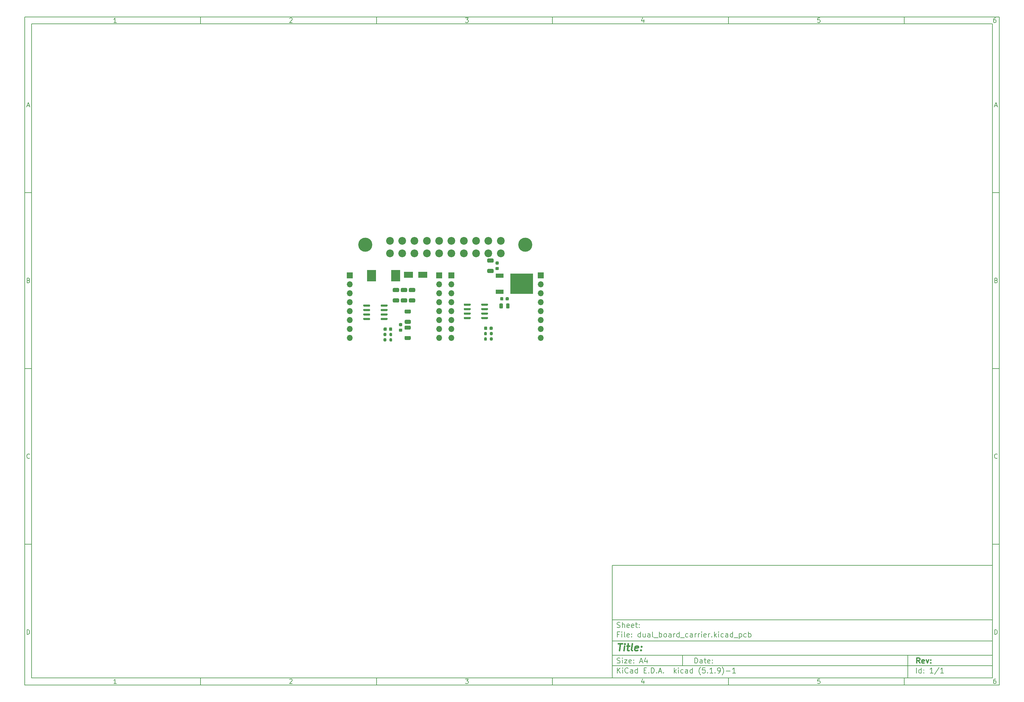
<source format=gbr>
%TF.GenerationSoftware,KiCad,Pcbnew,(5.1.9)-1*%
%TF.CreationDate,2021-02-06T18:11:32-06:00*%
%TF.ProjectId,dual_board_carrier,6475616c-5f62-46f6-9172-645f63617272,rev?*%
%TF.SameCoordinates,Original*%
%TF.FileFunction,Soldermask,Top*%
%TF.FilePolarity,Negative*%
%FSLAX46Y46*%
G04 Gerber Fmt 4.6, Leading zero omitted, Abs format (unit mm)*
G04 Created by KiCad (PCBNEW (5.1.9)-1) date 2021-02-06 18:11:32*
%MOMM*%
%LPD*%
G01*
G04 APERTURE LIST*
%ADD10C,0.100000*%
%ADD11C,0.150000*%
%ADD12C,0.300000*%
%ADD13C,0.400000*%
%ADD14C,2.200000*%
%ADD15C,4.000000*%
%ADD16R,6.400000X5.800000*%
%ADD17R,2.200000X1.200000*%
%ADD18R,2.500000X3.300000*%
%ADD19O,1.700000X1.700000*%
%ADD20R,1.700000X1.700000*%
%ADD21R,2.500000X1.800000*%
G04 APERTURE END LIST*
D10*
D11*
X177002200Y-166007200D02*
X177002200Y-198007200D01*
X285002200Y-198007200D01*
X285002200Y-166007200D01*
X177002200Y-166007200D01*
D10*
D11*
X10000000Y-10000000D02*
X10000000Y-200007200D01*
X287002200Y-200007200D01*
X287002200Y-10000000D01*
X10000000Y-10000000D01*
D10*
D11*
X12000000Y-12000000D02*
X12000000Y-198007200D01*
X285002200Y-198007200D01*
X285002200Y-12000000D01*
X12000000Y-12000000D01*
D10*
D11*
X60000000Y-12000000D02*
X60000000Y-10000000D01*
D10*
D11*
X110000000Y-12000000D02*
X110000000Y-10000000D01*
D10*
D11*
X160000000Y-12000000D02*
X160000000Y-10000000D01*
D10*
D11*
X210000000Y-12000000D02*
X210000000Y-10000000D01*
D10*
D11*
X260000000Y-12000000D02*
X260000000Y-10000000D01*
D10*
D11*
X36065476Y-11588095D02*
X35322619Y-11588095D01*
X35694047Y-11588095D02*
X35694047Y-10288095D01*
X35570238Y-10473809D01*
X35446428Y-10597619D01*
X35322619Y-10659523D01*
D10*
D11*
X85322619Y-10411904D02*
X85384523Y-10350000D01*
X85508333Y-10288095D01*
X85817857Y-10288095D01*
X85941666Y-10350000D01*
X86003571Y-10411904D01*
X86065476Y-10535714D01*
X86065476Y-10659523D01*
X86003571Y-10845238D01*
X85260714Y-11588095D01*
X86065476Y-11588095D01*
D10*
D11*
X135260714Y-10288095D02*
X136065476Y-10288095D01*
X135632142Y-10783333D01*
X135817857Y-10783333D01*
X135941666Y-10845238D01*
X136003571Y-10907142D01*
X136065476Y-11030952D01*
X136065476Y-11340476D01*
X136003571Y-11464285D01*
X135941666Y-11526190D01*
X135817857Y-11588095D01*
X135446428Y-11588095D01*
X135322619Y-11526190D01*
X135260714Y-11464285D01*
D10*
D11*
X185941666Y-10721428D02*
X185941666Y-11588095D01*
X185632142Y-10226190D02*
X185322619Y-11154761D01*
X186127380Y-11154761D01*
D10*
D11*
X236003571Y-10288095D02*
X235384523Y-10288095D01*
X235322619Y-10907142D01*
X235384523Y-10845238D01*
X235508333Y-10783333D01*
X235817857Y-10783333D01*
X235941666Y-10845238D01*
X236003571Y-10907142D01*
X236065476Y-11030952D01*
X236065476Y-11340476D01*
X236003571Y-11464285D01*
X235941666Y-11526190D01*
X235817857Y-11588095D01*
X235508333Y-11588095D01*
X235384523Y-11526190D01*
X235322619Y-11464285D01*
D10*
D11*
X285941666Y-10288095D02*
X285694047Y-10288095D01*
X285570238Y-10350000D01*
X285508333Y-10411904D01*
X285384523Y-10597619D01*
X285322619Y-10845238D01*
X285322619Y-11340476D01*
X285384523Y-11464285D01*
X285446428Y-11526190D01*
X285570238Y-11588095D01*
X285817857Y-11588095D01*
X285941666Y-11526190D01*
X286003571Y-11464285D01*
X286065476Y-11340476D01*
X286065476Y-11030952D01*
X286003571Y-10907142D01*
X285941666Y-10845238D01*
X285817857Y-10783333D01*
X285570238Y-10783333D01*
X285446428Y-10845238D01*
X285384523Y-10907142D01*
X285322619Y-11030952D01*
D10*
D11*
X60000000Y-198007200D02*
X60000000Y-200007200D01*
D10*
D11*
X110000000Y-198007200D02*
X110000000Y-200007200D01*
D10*
D11*
X160000000Y-198007200D02*
X160000000Y-200007200D01*
D10*
D11*
X210000000Y-198007200D02*
X210000000Y-200007200D01*
D10*
D11*
X260000000Y-198007200D02*
X260000000Y-200007200D01*
D10*
D11*
X36065476Y-199595295D02*
X35322619Y-199595295D01*
X35694047Y-199595295D02*
X35694047Y-198295295D01*
X35570238Y-198481009D01*
X35446428Y-198604819D01*
X35322619Y-198666723D01*
D10*
D11*
X85322619Y-198419104D02*
X85384523Y-198357200D01*
X85508333Y-198295295D01*
X85817857Y-198295295D01*
X85941666Y-198357200D01*
X86003571Y-198419104D01*
X86065476Y-198542914D01*
X86065476Y-198666723D01*
X86003571Y-198852438D01*
X85260714Y-199595295D01*
X86065476Y-199595295D01*
D10*
D11*
X135260714Y-198295295D02*
X136065476Y-198295295D01*
X135632142Y-198790533D01*
X135817857Y-198790533D01*
X135941666Y-198852438D01*
X136003571Y-198914342D01*
X136065476Y-199038152D01*
X136065476Y-199347676D01*
X136003571Y-199471485D01*
X135941666Y-199533390D01*
X135817857Y-199595295D01*
X135446428Y-199595295D01*
X135322619Y-199533390D01*
X135260714Y-199471485D01*
D10*
D11*
X185941666Y-198728628D02*
X185941666Y-199595295D01*
X185632142Y-198233390D02*
X185322619Y-199161961D01*
X186127380Y-199161961D01*
D10*
D11*
X236003571Y-198295295D02*
X235384523Y-198295295D01*
X235322619Y-198914342D01*
X235384523Y-198852438D01*
X235508333Y-198790533D01*
X235817857Y-198790533D01*
X235941666Y-198852438D01*
X236003571Y-198914342D01*
X236065476Y-199038152D01*
X236065476Y-199347676D01*
X236003571Y-199471485D01*
X235941666Y-199533390D01*
X235817857Y-199595295D01*
X235508333Y-199595295D01*
X235384523Y-199533390D01*
X235322619Y-199471485D01*
D10*
D11*
X285941666Y-198295295D02*
X285694047Y-198295295D01*
X285570238Y-198357200D01*
X285508333Y-198419104D01*
X285384523Y-198604819D01*
X285322619Y-198852438D01*
X285322619Y-199347676D01*
X285384523Y-199471485D01*
X285446428Y-199533390D01*
X285570238Y-199595295D01*
X285817857Y-199595295D01*
X285941666Y-199533390D01*
X286003571Y-199471485D01*
X286065476Y-199347676D01*
X286065476Y-199038152D01*
X286003571Y-198914342D01*
X285941666Y-198852438D01*
X285817857Y-198790533D01*
X285570238Y-198790533D01*
X285446428Y-198852438D01*
X285384523Y-198914342D01*
X285322619Y-199038152D01*
D10*
D11*
X10000000Y-60000000D02*
X12000000Y-60000000D01*
D10*
D11*
X10000000Y-110000000D02*
X12000000Y-110000000D01*
D10*
D11*
X10000000Y-160000000D02*
X12000000Y-160000000D01*
D10*
D11*
X10690476Y-35216666D02*
X11309523Y-35216666D01*
X10566666Y-35588095D02*
X11000000Y-34288095D01*
X11433333Y-35588095D01*
D10*
D11*
X11092857Y-84907142D02*
X11278571Y-84969047D01*
X11340476Y-85030952D01*
X11402380Y-85154761D01*
X11402380Y-85340476D01*
X11340476Y-85464285D01*
X11278571Y-85526190D01*
X11154761Y-85588095D01*
X10659523Y-85588095D01*
X10659523Y-84288095D01*
X11092857Y-84288095D01*
X11216666Y-84350000D01*
X11278571Y-84411904D01*
X11340476Y-84535714D01*
X11340476Y-84659523D01*
X11278571Y-84783333D01*
X11216666Y-84845238D01*
X11092857Y-84907142D01*
X10659523Y-84907142D01*
D10*
D11*
X11402380Y-135464285D02*
X11340476Y-135526190D01*
X11154761Y-135588095D01*
X11030952Y-135588095D01*
X10845238Y-135526190D01*
X10721428Y-135402380D01*
X10659523Y-135278571D01*
X10597619Y-135030952D01*
X10597619Y-134845238D01*
X10659523Y-134597619D01*
X10721428Y-134473809D01*
X10845238Y-134350000D01*
X11030952Y-134288095D01*
X11154761Y-134288095D01*
X11340476Y-134350000D01*
X11402380Y-134411904D01*
D10*
D11*
X10659523Y-185588095D02*
X10659523Y-184288095D01*
X10969047Y-184288095D01*
X11154761Y-184350000D01*
X11278571Y-184473809D01*
X11340476Y-184597619D01*
X11402380Y-184845238D01*
X11402380Y-185030952D01*
X11340476Y-185278571D01*
X11278571Y-185402380D01*
X11154761Y-185526190D01*
X10969047Y-185588095D01*
X10659523Y-185588095D01*
D10*
D11*
X287002200Y-60000000D02*
X285002200Y-60000000D01*
D10*
D11*
X287002200Y-110000000D02*
X285002200Y-110000000D01*
D10*
D11*
X287002200Y-160000000D02*
X285002200Y-160000000D01*
D10*
D11*
X285692676Y-35216666D02*
X286311723Y-35216666D01*
X285568866Y-35588095D02*
X286002200Y-34288095D01*
X286435533Y-35588095D01*
D10*
D11*
X286095057Y-84907142D02*
X286280771Y-84969047D01*
X286342676Y-85030952D01*
X286404580Y-85154761D01*
X286404580Y-85340476D01*
X286342676Y-85464285D01*
X286280771Y-85526190D01*
X286156961Y-85588095D01*
X285661723Y-85588095D01*
X285661723Y-84288095D01*
X286095057Y-84288095D01*
X286218866Y-84350000D01*
X286280771Y-84411904D01*
X286342676Y-84535714D01*
X286342676Y-84659523D01*
X286280771Y-84783333D01*
X286218866Y-84845238D01*
X286095057Y-84907142D01*
X285661723Y-84907142D01*
D10*
D11*
X286404580Y-135464285D02*
X286342676Y-135526190D01*
X286156961Y-135588095D01*
X286033152Y-135588095D01*
X285847438Y-135526190D01*
X285723628Y-135402380D01*
X285661723Y-135278571D01*
X285599819Y-135030952D01*
X285599819Y-134845238D01*
X285661723Y-134597619D01*
X285723628Y-134473809D01*
X285847438Y-134350000D01*
X286033152Y-134288095D01*
X286156961Y-134288095D01*
X286342676Y-134350000D01*
X286404580Y-134411904D01*
D10*
D11*
X285661723Y-185588095D02*
X285661723Y-184288095D01*
X285971247Y-184288095D01*
X286156961Y-184350000D01*
X286280771Y-184473809D01*
X286342676Y-184597619D01*
X286404580Y-184845238D01*
X286404580Y-185030952D01*
X286342676Y-185278571D01*
X286280771Y-185402380D01*
X286156961Y-185526190D01*
X285971247Y-185588095D01*
X285661723Y-185588095D01*
D10*
D11*
X200434342Y-193785771D02*
X200434342Y-192285771D01*
X200791485Y-192285771D01*
X201005771Y-192357200D01*
X201148628Y-192500057D01*
X201220057Y-192642914D01*
X201291485Y-192928628D01*
X201291485Y-193142914D01*
X201220057Y-193428628D01*
X201148628Y-193571485D01*
X201005771Y-193714342D01*
X200791485Y-193785771D01*
X200434342Y-193785771D01*
X202577200Y-193785771D02*
X202577200Y-193000057D01*
X202505771Y-192857200D01*
X202362914Y-192785771D01*
X202077200Y-192785771D01*
X201934342Y-192857200D01*
X202577200Y-193714342D02*
X202434342Y-193785771D01*
X202077200Y-193785771D01*
X201934342Y-193714342D01*
X201862914Y-193571485D01*
X201862914Y-193428628D01*
X201934342Y-193285771D01*
X202077200Y-193214342D01*
X202434342Y-193214342D01*
X202577200Y-193142914D01*
X203077200Y-192785771D02*
X203648628Y-192785771D01*
X203291485Y-192285771D02*
X203291485Y-193571485D01*
X203362914Y-193714342D01*
X203505771Y-193785771D01*
X203648628Y-193785771D01*
X204720057Y-193714342D02*
X204577200Y-193785771D01*
X204291485Y-193785771D01*
X204148628Y-193714342D01*
X204077200Y-193571485D01*
X204077200Y-193000057D01*
X204148628Y-192857200D01*
X204291485Y-192785771D01*
X204577200Y-192785771D01*
X204720057Y-192857200D01*
X204791485Y-193000057D01*
X204791485Y-193142914D01*
X204077200Y-193285771D01*
X205434342Y-193642914D02*
X205505771Y-193714342D01*
X205434342Y-193785771D01*
X205362914Y-193714342D01*
X205434342Y-193642914D01*
X205434342Y-193785771D01*
X205434342Y-192857200D02*
X205505771Y-192928628D01*
X205434342Y-193000057D01*
X205362914Y-192928628D01*
X205434342Y-192857200D01*
X205434342Y-193000057D01*
D10*
D11*
X177002200Y-194507200D02*
X285002200Y-194507200D01*
D10*
D11*
X178434342Y-196585771D02*
X178434342Y-195085771D01*
X179291485Y-196585771D02*
X178648628Y-195728628D01*
X179291485Y-195085771D02*
X178434342Y-195942914D01*
X179934342Y-196585771D02*
X179934342Y-195585771D01*
X179934342Y-195085771D02*
X179862914Y-195157200D01*
X179934342Y-195228628D01*
X180005771Y-195157200D01*
X179934342Y-195085771D01*
X179934342Y-195228628D01*
X181505771Y-196442914D02*
X181434342Y-196514342D01*
X181220057Y-196585771D01*
X181077200Y-196585771D01*
X180862914Y-196514342D01*
X180720057Y-196371485D01*
X180648628Y-196228628D01*
X180577200Y-195942914D01*
X180577200Y-195728628D01*
X180648628Y-195442914D01*
X180720057Y-195300057D01*
X180862914Y-195157200D01*
X181077200Y-195085771D01*
X181220057Y-195085771D01*
X181434342Y-195157200D01*
X181505771Y-195228628D01*
X182791485Y-196585771D02*
X182791485Y-195800057D01*
X182720057Y-195657200D01*
X182577200Y-195585771D01*
X182291485Y-195585771D01*
X182148628Y-195657200D01*
X182791485Y-196514342D02*
X182648628Y-196585771D01*
X182291485Y-196585771D01*
X182148628Y-196514342D01*
X182077200Y-196371485D01*
X182077200Y-196228628D01*
X182148628Y-196085771D01*
X182291485Y-196014342D01*
X182648628Y-196014342D01*
X182791485Y-195942914D01*
X184148628Y-196585771D02*
X184148628Y-195085771D01*
X184148628Y-196514342D02*
X184005771Y-196585771D01*
X183720057Y-196585771D01*
X183577200Y-196514342D01*
X183505771Y-196442914D01*
X183434342Y-196300057D01*
X183434342Y-195871485D01*
X183505771Y-195728628D01*
X183577200Y-195657200D01*
X183720057Y-195585771D01*
X184005771Y-195585771D01*
X184148628Y-195657200D01*
X186005771Y-195800057D02*
X186505771Y-195800057D01*
X186720057Y-196585771D02*
X186005771Y-196585771D01*
X186005771Y-195085771D01*
X186720057Y-195085771D01*
X187362914Y-196442914D02*
X187434342Y-196514342D01*
X187362914Y-196585771D01*
X187291485Y-196514342D01*
X187362914Y-196442914D01*
X187362914Y-196585771D01*
X188077200Y-196585771D02*
X188077200Y-195085771D01*
X188434342Y-195085771D01*
X188648628Y-195157200D01*
X188791485Y-195300057D01*
X188862914Y-195442914D01*
X188934342Y-195728628D01*
X188934342Y-195942914D01*
X188862914Y-196228628D01*
X188791485Y-196371485D01*
X188648628Y-196514342D01*
X188434342Y-196585771D01*
X188077200Y-196585771D01*
X189577200Y-196442914D02*
X189648628Y-196514342D01*
X189577200Y-196585771D01*
X189505771Y-196514342D01*
X189577200Y-196442914D01*
X189577200Y-196585771D01*
X190220057Y-196157200D02*
X190934342Y-196157200D01*
X190077200Y-196585771D02*
X190577200Y-195085771D01*
X191077200Y-196585771D01*
X191577200Y-196442914D02*
X191648628Y-196514342D01*
X191577200Y-196585771D01*
X191505771Y-196514342D01*
X191577200Y-196442914D01*
X191577200Y-196585771D01*
X194577200Y-196585771D02*
X194577200Y-195085771D01*
X194720057Y-196014342D02*
X195148628Y-196585771D01*
X195148628Y-195585771D02*
X194577200Y-196157200D01*
X195791485Y-196585771D02*
X195791485Y-195585771D01*
X195791485Y-195085771D02*
X195720057Y-195157200D01*
X195791485Y-195228628D01*
X195862914Y-195157200D01*
X195791485Y-195085771D01*
X195791485Y-195228628D01*
X197148628Y-196514342D02*
X197005771Y-196585771D01*
X196720057Y-196585771D01*
X196577200Y-196514342D01*
X196505771Y-196442914D01*
X196434342Y-196300057D01*
X196434342Y-195871485D01*
X196505771Y-195728628D01*
X196577200Y-195657200D01*
X196720057Y-195585771D01*
X197005771Y-195585771D01*
X197148628Y-195657200D01*
X198434342Y-196585771D02*
X198434342Y-195800057D01*
X198362914Y-195657200D01*
X198220057Y-195585771D01*
X197934342Y-195585771D01*
X197791485Y-195657200D01*
X198434342Y-196514342D02*
X198291485Y-196585771D01*
X197934342Y-196585771D01*
X197791485Y-196514342D01*
X197720057Y-196371485D01*
X197720057Y-196228628D01*
X197791485Y-196085771D01*
X197934342Y-196014342D01*
X198291485Y-196014342D01*
X198434342Y-195942914D01*
X199791485Y-196585771D02*
X199791485Y-195085771D01*
X199791485Y-196514342D02*
X199648628Y-196585771D01*
X199362914Y-196585771D01*
X199220057Y-196514342D01*
X199148628Y-196442914D01*
X199077200Y-196300057D01*
X199077200Y-195871485D01*
X199148628Y-195728628D01*
X199220057Y-195657200D01*
X199362914Y-195585771D01*
X199648628Y-195585771D01*
X199791485Y-195657200D01*
X202077200Y-197157200D02*
X202005771Y-197085771D01*
X201862914Y-196871485D01*
X201791485Y-196728628D01*
X201720057Y-196514342D01*
X201648628Y-196157200D01*
X201648628Y-195871485D01*
X201720057Y-195514342D01*
X201791485Y-195300057D01*
X201862914Y-195157200D01*
X202005771Y-194942914D01*
X202077200Y-194871485D01*
X203362914Y-195085771D02*
X202648628Y-195085771D01*
X202577200Y-195800057D01*
X202648628Y-195728628D01*
X202791485Y-195657200D01*
X203148628Y-195657200D01*
X203291485Y-195728628D01*
X203362914Y-195800057D01*
X203434342Y-195942914D01*
X203434342Y-196300057D01*
X203362914Y-196442914D01*
X203291485Y-196514342D01*
X203148628Y-196585771D01*
X202791485Y-196585771D01*
X202648628Y-196514342D01*
X202577200Y-196442914D01*
X204077200Y-196442914D02*
X204148628Y-196514342D01*
X204077200Y-196585771D01*
X204005771Y-196514342D01*
X204077200Y-196442914D01*
X204077200Y-196585771D01*
X205577200Y-196585771D02*
X204720057Y-196585771D01*
X205148628Y-196585771D02*
X205148628Y-195085771D01*
X205005771Y-195300057D01*
X204862914Y-195442914D01*
X204720057Y-195514342D01*
X206220057Y-196442914D02*
X206291485Y-196514342D01*
X206220057Y-196585771D01*
X206148628Y-196514342D01*
X206220057Y-196442914D01*
X206220057Y-196585771D01*
X207005771Y-196585771D02*
X207291485Y-196585771D01*
X207434342Y-196514342D01*
X207505771Y-196442914D01*
X207648628Y-196228628D01*
X207720057Y-195942914D01*
X207720057Y-195371485D01*
X207648628Y-195228628D01*
X207577200Y-195157200D01*
X207434342Y-195085771D01*
X207148628Y-195085771D01*
X207005771Y-195157200D01*
X206934342Y-195228628D01*
X206862914Y-195371485D01*
X206862914Y-195728628D01*
X206934342Y-195871485D01*
X207005771Y-195942914D01*
X207148628Y-196014342D01*
X207434342Y-196014342D01*
X207577200Y-195942914D01*
X207648628Y-195871485D01*
X207720057Y-195728628D01*
X208220057Y-197157200D02*
X208291485Y-197085771D01*
X208434342Y-196871485D01*
X208505771Y-196728628D01*
X208577200Y-196514342D01*
X208648628Y-196157200D01*
X208648628Y-195871485D01*
X208577200Y-195514342D01*
X208505771Y-195300057D01*
X208434342Y-195157200D01*
X208291485Y-194942914D01*
X208220057Y-194871485D01*
X209362914Y-196014342D02*
X210505771Y-196014342D01*
X212005771Y-196585771D02*
X211148628Y-196585771D01*
X211577200Y-196585771D02*
X211577200Y-195085771D01*
X211434342Y-195300057D01*
X211291485Y-195442914D01*
X211148628Y-195514342D01*
D10*
D11*
X177002200Y-191507200D02*
X285002200Y-191507200D01*
D10*
D12*
X264411485Y-193785771D02*
X263911485Y-193071485D01*
X263554342Y-193785771D02*
X263554342Y-192285771D01*
X264125771Y-192285771D01*
X264268628Y-192357200D01*
X264340057Y-192428628D01*
X264411485Y-192571485D01*
X264411485Y-192785771D01*
X264340057Y-192928628D01*
X264268628Y-193000057D01*
X264125771Y-193071485D01*
X263554342Y-193071485D01*
X265625771Y-193714342D02*
X265482914Y-193785771D01*
X265197200Y-193785771D01*
X265054342Y-193714342D01*
X264982914Y-193571485D01*
X264982914Y-193000057D01*
X265054342Y-192857200D01*
X265197200Y-192785771D01*
X265482914Y-192785771D01*
X265625771Y-192857200D01*
X265697200Y-193000057D01*
X265697200Y-193142914D01*
X264982914Y-193285771D01*
X266197200Y-192785771D02*
X266554342Y-193785771D01*
X266911485Y-192785771D01*
X267482914Y-193642914D02*
X267554342Y-193714342D01*
X267482914Y-193785771D01*
X267411485Y-193714342D01*
X267482914Y-193642914D01*
X267482914Y-193785771D01*
X267482914Y-192857200D02*
X267554342Y-192928628D01*
X267482914Y-193000057D01*
X267411485Y-192928628D01*
X267482914Y-192857200D01*
X267482914Y-193000057D01*
D10*
D11*
X178362914Y-193714342D02*
X178577200Y-193785771D01*
X178934342Y-193785771D01*
X179077200Y-193714342D01*
X179148628Y-193642914D01*
X179220057Y-193500057D01*
X179220057Y-193357200D01*
X179148628Y-193214342D01*
X179077200Y-193142914D01*
X178934342Y-193071485D01*
X178648628Y-193000057D01*
X178505771Y-192928628D01*
X178434342Y-192857200D01*
X178362914Y-192714342D01*
X178362914Y-192571485D01*
X178434342Y-192428628D01*
X178505771Y-192357200D01*
X178648628Y-192285771D01*
X179005771Y-192285771D01*
X179220057Y-192357200D01*
X179862914Y-193785771D02*
X179862914Y-192785771D01*
X179862914Y-192285771D02*
X179791485Y-192357200D01*
X179862914Y-192428628D01*
X179934342Y-192357200D01*
X179862914Y-192285771D01*
X179862914Y-192428628D01*
X180434342Y-192785771D02*
X181220057Y-192785771D01*
X180434342Y-193785771D01*
X181220057Y-193785771D01*
X182362914Y-193714342D02*
X182220057Y-193785771D01*
X181934342Y-193785771D01*
X181791485Y-193714342D01*
X181720057Y-193571485D01*
X181720057Y-193000057D01*
X181791485Y-192857200D01*
X181934342Y-192785771D01*
X182220057Y-192785771D01*
X182362914Y-192857200D01*
X182434342Y-193000057D01*
X182434342Y-193142914D01*
X181720057Y-193285771D01*
X183077200Y-193642914D02*
X183148628Y-193714342D01*
X183077200Y-193785771D01*
X183005771Y-193714342D01*
X183077200Y-193642914D01*
X183077200Y-193785771D01*
X183077200Y-192857200D02*
X183148628Y-192928628D01*
X183077200Y-193000057D01*
X183005771Y-192928628D01*
X183077200Y-192857200D01*
X183077200Y-193000057D01*
X184862914Y-193357200D02*
X185577200Y-193357200D01*
X184720057Y-193785771D02*
X185220057Y-192285771D01*
X185720057Y-193785771D01*
X186862914Y-192785771D02*
X186862914Y-193785771D01*
X186505771Y-192214342D02*
X186148628Y-193285771D01*
X187077200Y-193285771D01*
D10*
D11*
X263434342Y-196585771D02*
X263434342Y-195085771D01*
X264791485Y-196585771D02*
X264791485Y-195085771D01*
X264791485Y-196514342D02*
X264648628Y-196585771D01*
X264362914Y-196585771D01*
X264220057Y-196514342D01*
X264148628Y-196442914D01*
X264077200Y-196300057D01*
X264077200Y-195871485D01*
X264148628Y-195728628D01*
X264220057Y-195657200D01*
X264362914Y-195585771D01*
X264648628Y-195585771D01*
X264791485Y-195657200D01*
X265505771Y-196442914D02*
X265577200Y-196514342D01*
X265505771Y-196585771D01*
X265434342Y-196514342D01*
X265505771Y-196442914D01*
X265505771Y-196585771D01*
X265505771Y-195657200D02*
X265577200Y-195728628D01*
X265505771Y-195800057D01*
X265434342Y-195728628D01*
X265505771Y-195657200D01*
X265505771Y-195800057D01*
X268148628Y-196585771D02*
X267291485Y-196585771D01*
X267720057Y-196585771D02*
X267720057Y-195085771D01*
X267577200Y-195300057D01*
X267434342Y-195442914D01*
X267291485Y-195514342D01*
X269862914Y-195014342D02*
X268577200Y-196942914D01*
X271148628Y-196585771D02*
X270291485Y-196585771D01*
X270720057Y-196585771D02*
X270720057Y-195085771D01*
X270577200Y-195300057D01*
X270434342Y-195442914D01*
X270291485Y-195514342D01*
D10*
D11*
X177002200Y-187507200D02*
X285002200Y-187507200D01*
D10*
D13*
X178714580Y-188211961D02*
X179857438Y-188211961D01*
X179036009Y-190211961D02*
X179286009Y-188211961D01*
X180274104Y-190211961D02*
X180440771Y-188878628D01*
X180524104Y-188211961D02*
X180416961Y-188307200D01*
X180500295Y-188402438D01*
X180607438Y-188307200D01*
X180524104Y-188211961D01*
X180500295Y-188402438D01*
X181107438Y-188878628D02*
X181869342Y-188878628D01*
X181476485Y-188211961D02*
X181262200Y-189926247D01*
X181333628Y-190116723D01*
X181512200Y-190211961D01*
X181702676Y-190211961D01*
X182655057Y-190211961D02*
X182476485Y-190116723D01*
X182405057Y-189926247D01*
X182619342Y-188211961D01*
X184190771Y-190116723D02*
X183988390Y-190211961D01*
X183607438Y-190211961D01*
X183428866Y-190116723D01*
X183357438Y-189926247D01*
X183452676Y-189164342D01*
X183571723Y-188973866D01*
X183774104Y-188878628D01*
X184155057Y-188878628D01*
X184333628Y-188973866D01*
X184405057Y-189164342D01*
X184381247Y-189354819D01*
X183405057Y-189545295D01*
X185155057Y-190021485D02*
X185238390Y-190116723D01*
X185131247Y-190211961D01*
X185047914Y-190116723D01*
X185155057Y-190021485D01*
X185131247Y-190211961D01*
X185286009Y-188973866D02*
X185369342Y-189069104D01*
X185262200Y-189164342D01*
X185178866Y-189069104D01*
X185286009Y-188973866D01*
X185262200Y-189164342D01*
D10*
D11*
X178934342Y-185600057D02*
X178434342Y-185600057D01*
X178434342Y-186385771D02*
X178434342Y-184885771D01*
X179148628Y-184885771D01*
X179720057Y-186385771D02*
X179720057Y-185385771D01*
X179720057Y-184885771D02*
X179648628Y-184957200D01*
X179720057Y-185028628D01*
X179791485Y-184957200D01*
X179720057Y-184885771D01*
X179720057Y-185028628D01*
X180648628Y-186385771D02*
X180505771Y-186314342D01*
X180434342Y-186171485D01*
X180434342Y-184885771D01*
X181791485Y-186314342D02*
X181648628Y-186385771D01*
X181362914Y-186385771D01*
X181220057Y-186314342D01*
X181148628Y-186171485D01*
X181148628Y-185600057D01*
X181220057Y-185457200D01*
X181362914Y-185385771D01*
X181648628Y-185385771D01*
X181791485Y-185457200D01*
X181862914Y-185600057D01*
X181862914Y-185742914D01*
X181148628Y-185885771D01*
X182505771Y-186242914D02*
X182577200Y-186314342D01*
X182505771Y-186385771D01*
X182434342Y-186314342D01*
X182505771Y-186242914D01*
X182505771Y-186385771D01*
X182505771Y-185457200D02*
X182577200Y-185528628D01*
X182505771Y-185600057D01*
X182434342Y-185528628D01*
X182505771Y-185457200D01*
X182505771Y-185600057D01*
X185005771Y-186385771D02*
X185005771Y-184885771D01*
X185005771Y-186314342D02*
X184862914Y-186385771D01*
X184577200Y-186385771D01*
X184434342Y-186314342D01*
X184362914Y-186242914D01*
X184291485Y-186100057D01*
X184291485Y-185671485D01*
X184362914Y-185528628D01*
X184434342Y-185457200D01*
X184577200Y-185385771D01*
X184862914Y-185385771D01*
X185005771Y-185457200D01*
X186362914Y-185385771D02*
X186362914Y-186385771D01*
X185720057Y-185385771D02*
X185720057Y-186171485D01*
X185791485Y-186314342D01*
X185934342Y-186385771D01*
X186148628Y-186385771D01*
X186291485Y-186314342D01*
X186362914Y-186242914D01*
X187720057Y-186385771D02*
X187720057Y-185600057D01*
X187648628Y-185457200D01*
X187505771Y-185385771D01*
X187220057Y-185385771D01*
X187077200Y-185457200D01*
X187720057Y-186314342D02*
X187577200Y-186385771D01*
X187220057Y-186385771D01*
X187077200Y-186314342D01*
X187005771Y-186171485D01*
X187005771Y-186028628D01*
X187077200Y-185885771D01*
X187220057Y-185814342D01*
X187577200Y-185814342D01*
X187720057Y-185742914D01*
X188648628Y-186385771D02*
X188505771Y-186314342D01*
X188434342Y-186171485D01*
X188434342Y-184885771D01*
X188862914Y-186528628D02*
X190005771Y-186528628D01*
X190362914Y-186385771D02*
X190362914Y-184885771D01*
X190362914Y-185457200D02*
X190505771Y-185385771D01*
X190791485Y-185385771D01*
X190934342Y-185457200D01*
X191005771Y-185528628D01*
X191077200Y-185671485D01*
X191077200Y-186100057D01*
X191005771Y-186242914D01*
X190934342Y-186314342D01*
X190791485Y-186385771D01*
X190505771Y-186385771D01*
X190362914Y-186314342D01*
X191934342Y-186385771D02*
X191791485Y-186314342D01*
X191720057Y-186242914D01*
X191648628Y-186100057D01*
X191648628Y-185671485D01*
X191720057Y-185528628D01*
X191791485Y-185457200D01*
X191934342Y-185385771D01*
X192148628Y-185385771D01*
X192291485Y-185457200D01*
X192362914Y-185528628D01*
X192434342Y-185671485D01*
X192434342Y-186100057D01*
X192362914Y-186242914D01*
X192291485Y-186314342D01*
X192148628Y-186385771D01*
X191934342Y-186385771D01*
X193720057Y-186385771D02*
X193720057Y-185600057D01*
X193648628Y-185457200D01*
X193505771Y-185385771D01*
X193220057Y-185385771D01*
X193077200Y-185457200D01*
X193720057Y-186314342D02*
X193577200Y-186385771D01*
X193220057Y-186385771D01*
X193077200Y-186314342D01*
X193005771Y-186171485D01*
X193005771Y-186028628D01*
X193077200Y-185885771D01*
X193220057Y-185814342D01*
X193577200Y-185814342D01*
X193720057Y-185742914D01*
X194434342Y-186385771D02*
X194434342Y-185385771D01*
X194434342Y-185671485D02*
X194505771Y-185528628D01*
X194577200Y-185457200D01*
X194720057Y-185385771D01*
X194862914Y-185385771D01*
X196005771Y-186385771D02*
X196005771Y-184885771D01*
X196005771Y-186314342D02*
X195862914Y-186385771D01*
X195577200Y-186385771D01*
X195434342Y-186314342D01*
X195362914Y-186242914D01*
X195291485Y-186100057D01*
X195291485Y-185671485D01*
X195362914Y-185528628D01*
X195434342Y-185457200D01*
X195577200Y-185385771D01*
X195862914Y-185385771D01*
X196005771Y-185457200D01*
X196362914Y-186528628D02*
X197505771Y-186528628D01*
X198505771Y-186314342D02*
X198362914Y-186385771D01*
X198077200Y-186385771D01*
X197934342Y-186314342D01*
X197862914Y-186242914D01*
X197791485Y-186100057D01*
X197791485Y-185671485D01*
X197862914Y-185528628D01*
X197934342Y-185457200D01*
X198077200Y-185385771D01*
X198362914Y-185385771D01*
X198505771Y-185457200D01*
X199791485Y-186385771D02*
X199791485Y-185600057D01*
X199720057Y-185457200D01*
X199577200Y-185385771D01*
X199291485Y-185385771D01*
X199148628Y-185457200D01*
X199791485Y-186314342D02*
X199648628Y-186385771D01*
X199291485Y-186385771D01*
X199148628Y-186314342D01*
X199077200Y-186171485D01*
X199077200Y-186028628D01*
X199148628Y-185885771D01*
X199291485Y-185814342D01*
X199648628Y-185814342D01*
X199791485Y-185742914D01*
X200505771Y-186385771D02*
X200505771Y-185385771D01*
X200505771Y-185671485D02*
X200577200Y-185528628D01*
X200648628Y-185457200D01*
X200791485Y-185385771D01*
X200934342Y-185385771D01*
X201434342Y-186385771D02*
X201434342Y-185385771D01*
X201434342Y-185671485D02*
X201505771Y-185528628D01*
X201577200Y-185457200D01*
X201720057Y-185385771D01*
X201862914Y-185385771D01*
X202362914Y-186385771D02*
X202362914Y-185385771D01*
X202362914Y-184885771D02*
X202291485Y-184957200D01*
X202362914Y-185028628D01*
X202434342Y-184957200D01*
X202362914Y-184885771D01*
X202362914Y-185028628D01*
X203648628Y-186314342D02*
X203505771Y-186385771D01*
X203220057Y-186385771D01*
X203077200Y-186314342D01*
X203005771Y-186171485D01*
X203005771Y-185600057D01*
X203077200Y-185457200D01*
X203220057Y-185385771D01*
X203505771Y-185385771D01*
X203648628Y-185457200D01*
X203720057Y-185600057D01*
X203720057Y-185742914D01*
X203005771Y-185885771D01*
X204362914Y-186385771D02*
X204362914Y-185385771D01*
X204362914Y-185671485D02*
X204434342Y-185528628D01*
X204505771Y-185457200D01*
X204648628Y-185385771D01*
X204791485Y-185385771D01*
X205291485Y-186242914D02*
X205362914Y-186314342D01*
X205291485Y-186385771D01*
X205220057Y-186314342D01*
X205291485Y-186242914D01*
X205291485Y-186385771D01*
X206005771Y-186385771D02*
X206005771Y-184885771D01*
X206148628Y-185814342D02*
X206577200Y-186385771D01*
X206577200Y-185385771D02*
X206005771Y-185957200D01*
X207220057Y-186385771D02*
X207220057Y-185385771D01*
X207220057Y-184885771D02*
X207148628Y-184957200D01*
X207220057Y-185028628D01*
X207291485Y-184957200D01*
X207220057Y-184885771D01*
X207220057Y-185028628D01*
X208577200Y-186314342D02*
X208434342Y-186385771D01*
X208148628Y-186385771D01*
X208005771Y-186314342D01*
X207934342Y-186242914D01*
X207862914Y-186100057D01*
X207862914Y-185671485D01*
X207934342Y-185528628D01*
X208005771Y-185457200D01*
X208148628Y-185385771D01*
X208434342Y-185385771D01*
X208577200Y-185457200D01*
X209862914Y-186385771D02*
X209862914Y-185600057D01*
X209791485Y-185457200D01*
X209648628Y-185385771D01*
X209362914Y-185385771D01*
X209220057Y-185457200D01*
X209862914Y-186314342D02*
X209720057Y-186385771D01*
X209362914Y-186385771D01*
X209220057Y-186314342D01*
X209148628Y-186171485D01*
X209148628Y-186028628D01*
X209220057Y-185885771D01*
X209362914Y-185814342D01*
X209720057Y-185814342D01*
X209862914Y-185742914D01*
X211220057Y-186385771D02*
X211220057Y-184885771D01*
X211220057Y-186314342D02*
X211077200Y-186385771D01*
X210791485Y-186385771D01*
X210648628Y-186314342D01*
X210577200Y-186242914D01*
X210505771Y-186100057D01*
X210505771Y-185671485D01*
X210577200Y-185528628D01*
X210648628Y-185457200D01*
X210791485Y-185385771D01*
X211077200Y-185385771D01*
X211220057Y-185457200D01*
X211577200Y-186528628D02*
X212720057Y-186528628D01*
X213077200Y-185385771D02*
X213077200Y-186885771D01*
X213077200Y-185457200D02*
X213220057Y-185385771D01*
X213505771Y-185385771D01*
X213648628Y-185457200D01*
X213720057Y-185528628D01*
X213791485Y-185671485D01*
X213791485Y-186100057D01*
X213720057Y-186242914D01*
X213648628Y-186314342D01*
X213505771Y-186385771D01*
X213220057Y-186385771D01*
X213077200Y-186314342D01*
X215077200Y-186314342D02*
X214934342Y-186385771D01*
X214648628Y-186385771D01*
X214505771Y-186314342D01*
X214434342Y-186242914D01*
X214362914Y-186100057D01*
X214362914Y-185671485D01*
X214434342Y-185528628D01*
X214505771Y-185457200D01*
X214648628Y-185385771D01*
X214934342Y-185385771D01*
X215077200Y-185457200D01*
X215720057Y-186385771D02*
X215720057Y-184885771D01*
X215720057Y-185457200D02*
X215862914Y-185385771D01*
X216148628Y-185385771D01*
X216291485Y-185457200D01*
X216362914Y-185528628D01*
X216434342Y-185671485D01*
X216434342Y-186100057D01*
X216362914Y-186242914D01*
X216291485Y-186314342D01*
X216148628Y-186385771D01*
X215862914Y-186385771D01*
X215720057Y-186314342D01*
D10*
D11*
X177002200Y-181507200D02*
X285002200Y-181507200D01*
D10*
D11*
X178362914Y-183614342D02*
X178577200Y-183685771D01*
X178934342Y-183685771D01*
X179077200Y-183614342D01*
X179148628Y-183542914D01*
X179220057Y-183400057D01*
X179220057Y-183257200D01*
X179148628Y-183114342D01*
X179077200Y-183042914D01*
X178934342Y-182971485D01*
X178648628Y-182900057D01*
X178505771Y-182828628D01*
X178434342Y-182757200D01*
X178362914Y-182614342D01*
X178362914Y-182471485D01*
X178434342Y-182328628D01*
X178505771Y-182257200D01*
X178648628Y-182185771D01*
X179005771Y-182185771D01*
X179220057Y-182257200D01*
X179862914Y-183685771D02*
X179862914Y-182185771D01*
X180505771Y-183685771D02*
X180505771Y-182900057D01*
X180434342Y-182757200D01*
X180291485Y-182685771D01*
X180077200Y-182685771D01*
X179934342Y-182757200D01*
X179862914Y-182828628D01*
X181791485Y-183614342D02*
X181648628Y-183685771D01*
X181362914Y-183685771D01*
X181220057Y-183614342D01*
X181148628Y-183471485D01*
X181148628Y-182900057D01*
X181220057Y-182757200D01*
X181362914Y-182685771D01*
X181648628Y-182685771D01*
X181791485Y-182757200D01*
X181862914Y-182900057D01*
X181862914Y-183042914D01*
X181148628Y-183185771D01*
X183077200Y-183614342D02*
X182934342Y-183685771D01*
X182648628Y-183685771D01*
X182505771Y-183614342D01*
X182434342Y-183471485D01*
X182434342Y-182900057D01*
X182505771Y-182757200D01*
X182648628Y-182685771D01*
X182934342Y-182685771D01*
X183077200Y-182757200D01*
X183148628Y-182900057D01*
X183148628Y-183042914D01*
X182434342Y-183185771D01*
X183577200Y-182685771D02*
X184148628Y-182685771D01*
X183791485Y-182185771D02*
X183791485Y-183471485D01*
X183862914Y-183614342D01*
X184005771Y-183685771D01*
X184148628Y-183685771D01*
X184648628Y-183542914D02*
X184720057Y-183614342D01*
X184648628Y-183685771D01*
X184577200Y-183614342D01*
X184648628Y-183542914D01*
X184648628Y-183685771D01*
X184648628Y-182757200D02*
X184720057Y-182828628D01*
X184648628Y-182900057D01*
X184577200Y-182828628D01*
X184648628Y-182757200D01*
X184648628Y-182900057D01*
D10*
D11*
X197002200Y-191507200D02*
X197002200Y-194507200D01*
D10*
D11*
X261002200Y-191507200D02*
X261002200Y-198007200D01*
%TO.C,C10*%
G36*
G01*
X143017001Y-79872000D02*
X141716999Y-79872000D01*
G75*
G02*
X141467000Y-79622001I0J249999D01*
G01*
X141467000Y-78971999D01*
G75*
G02*
X141716999Y-78722000I249999J0D01*
G01*
X143017001Y-78722000D01*
G75*
G02*
X143267000Y-78971999I0J-249999D01*
G01*
X143267000Y-79622001D01*
G75*
G02*
X143017001Y-79872000I-249999J0D01*
G01*
G37*
G36*
G01*
X143017001Y-82822000D02*
X141716999Y-82822000D01*
G75*
G02*
X141467000Y-82572001I0J249999D01*
G01*
X141467000Y-81921999D01*
G75*
G02*
X141716999Y-81672000I249999J0D01*
G01*
X143017001Y-81672000D01*
G75*
G02*
X143267000Y-81921999I0J-249999D01*
G01*
X143267000Y-82572001D01*
G75*
G02*
X143017001Y-82822000I-249999J0D01*
G01*
G37*
%TD*%
D14*
%TO.C,J3*%
X145290000Y-77212000D03*
X141790000Y-77212000D03*
X138290000Y-77212000D03*
X134790000Y-77212000D03*
X131290000Y-77212000D03*
X127790000Y-77212000D03*
X124290000Y-77212000D03*
X120790000Y-77212000D03*
X117290000Y-77212000D03*
X113790000Y-77212000D03*
X145290000Y-73712000D03*
X141790000Y-73712000D03*
X138290000Y-73712000D03*
X134790000Y-73712000D03*
X131290000Y-73712000D03*
X127790000Y-73712000D03*
X124290000Y-73712000D03*
X120790000Y-73712000D03*
X117290000Y-73712000D03*
X113790000Y-73712000D03*
D15*
X152290000Y-74752000D03*
X106790000Y-74752000D03*
%TD*%
D16*
%TO.C,U2*%
X151254000Y-85852000D03*
D17*
X144954000Y-88132000D03*
X144954000Y-83572000D03*
%TD*%
%TO.C,R6*%
G36*
G01*
X118246997Y-96150000D02*
X119497003Y-96150000D01*
G75*
G02*
X119747000Y-96399997I0J-249997D01*
G01*
X119747000Y-97025003D01*
G75*
G02*
X119497003Y-97275000I-249997J0D01*
G01*
X118246997Y-97275000D01*
G75*
G02*
X117997000Y-97025003I0J249997D01*
G01*
X117997000Y-96399997D01*
G75*
G02*
X118246997Y-96150000I249997J0D01*
G01*
G37*
G36*
G01*
X118246997Y-93225000D02*
X119497003Y-93225000D01*
G75*
G02*
X119747000Y-93474997I0J-249997D01*
G01*
X119747000Y-94100003D01*
G75*
G02*
X119497003Y-94350000I-249997J0D01*
G01*
X118246997Y-94350000D01*
G75*
G02*
X117997000Y-94100003I0J249997D01*
G01*
X117997000Y-93474997D01*
G75*
G02*
X118246997Y-93225000I249997J0D01*
G01*
G37*
%TD*%
%TO.C,R5*%
G36*
G01*
X118209998Y-100740999D02*
X119460004Y-100740999D01*
G75*
G02*
X119710001Y-100990996I0J-249997D01*
G01*
X119710001Y-101616002D01*
G75*
G02*
X119460004Y-101865999I-249997J0D01*
G01*
X118209998Y-101865999D01*
G75*
G02*
X117960001Y-101616002I0J249997D01*
G01*
X117960001Y-100990996D01*
G75*
G02*
X118209998Y-100740999I249997J0D01*
G01*
G37*
G36*
G01*
X118209998Y-97815999D02*
X119460004Y-97815999D01*
G75*
G02*
X119710001Y-98065996I0J-249997D01*
G01*
X119710001Y-98691002D01*
G75*
G02*
X119460004Y-98940999I-249997J0D01*
G01*
X118209998Y-98940999D01*
G75*
G02*
X117960001Y-98691002I0J249997D01*
G01*
X117960001Y-98065996D01*
G75*
G02*
X118209998Y-97815999I249997J0D01*
G01*
G37*
%TD*%
%TO.C,R1*%
G36*
G01*
X112803000Y-101579000D02*
X112803000Y-102129000D01*
G75*
G02*
X112603000Y-102329000I-200000J0D01*
G01*
X112203000Y-102329000D01*
G75*
G02*
X112003000Y-102129000I0J200000D01*
G01*
X112003000Y-101579000D01*
G75*
G02*
X112203000Y-101379000I200000J0D01*
G01*
X112603000Y-101379000D01*
G75*
G02*
X112803000Y-101579000I0J-200000D01*
G01*
G37*
G36*
G01*
X114453000Y-101579000D02*
X114453000Y-102129000D01*
G75*
G02*
X114253000Y-102329000I-200000J0D01*
G01*
X113853000Y-102329000D01*
G75*
G02*
X113653000Y-102129000I0J200000D01*
G01*
X113653000Y-101579000D01*
G75*
G02*
X113853000Y-101379000I200000J0D01*
G01*
X114253000Y-101379000D01*
G75*
G02*
X114453000Y-101579000I0J-200000D01*
G01*
G37*
%TD*%
D18*
%TO.C,D1*%
X108614000Y-83566000D03*
X115414000Y-83566000D03*
%TD*%
%TO.C,U3*%
G36*
G01*
X139732000Y-91971000D02*
X139732000Y-91671000D01*
G75*
G02*
X139882000Y-91521000I150000J0D01*
G01*
X141532000Y-91521000D01*
G75*
G02*
X141682000Y-91671000I0J-150000D01*
G01*
X141682000Y-91971000D01*
G75*
G02*
X141532000Y-92121000I-150000J0D01*
G01*
X139882000Y-92121000D01*
G75*
G02*
X139732000Y-91971000I0J150000D01*
G01*
G37*
G36*
G01*
X139732000Y-93241000D02*
X139732000Y-92941000D01*
G75*
G02*
X139882000Y-92791000I150000J0D01*
G01*
X141532000Y-92791000D01*
G75*
G02*
X141682000Y-92941000I0J-150000D01*
G01*
X141682000Y-93241000D01*
G75*
G02*
X141532000Y-93391000I-150000J0D01*
G01*
X139882000Y-93391000D01*
G75*
G02*
X139732000Y-93241000I0J150000D01*
G01*
G37*
G36*
G01*
X139732000Y-94511000D02*
X139732000Y-94211000D01*
G75*
G02*
X139882000Y-94061000I150000J0D01*
G01*
X141532000Y-94061000D01*
G75*
G02*
X141682000Y-94211000I0J-150000D01*
G01*
X141682000Y-94511000D01*
G75*
G02*
X141532000Y-94661000I-150000J0D01*
G01*
X139882000Y-94661000D01*
G75*
G02*
X139732000Y-94511000I0J150000D01*
G01*
G37*
G36*
G01*
X139732000Y-95781000D02*
X139732000Y-95481000D01*
G75*
G02*
X139882000Y-95331000I150000J0D01*
G01*
X141532000Y-95331000D01*
G75*
G02*
X141682000Y-95481000I0J-150000D01*
G01*
X141682000Y-95781000D01*
G75*
G02*
X141532000Y-95931000I-150000J0D01*
G01*
X139882000Y-95931000D01*
G75*
G02*
X139732000Y-95781000I0J150000D01*
G01*
G37*
G36*
G01*
X134782000Y-95781000D02*
X134782000Y-95481000D01*
G75*
G02*
X134932000Y-95331000I150000J0D01*
G01*
X136582000Y-95331000D01*
G75*
G02*
X136732000Y-95481000I0J-150000D01*
G01*
X136732000Y-95781000D01*
G75*
G02*
X136582000Y-95931000I-150000J0D01*
G01*
X134932000Y-95931000D01*
G75*
G02*
X134782000Y-95781000I0J150000D01*
G01*
G37*
G36*
G01*
X134782000Y-94511000D02*
X134782000Y-94211000D01*
G75*
G02*
X134932000Y-94061000I150000J0D01*
G01*
X136582000Y-94061000D01*
G75*
G02*
X136732000Y-94211000I0J-150000D01*
G01*
X136732000Y-94511000D01*
G75*
G02*
X136582000Y-94661000I-150000J0D01*
G01*
X134932000Y-94661000D01*
G75*
G02*
X134782000Y-94511000I0J150000D01*
G01*
G37*
G36*
G01*
X134782000Y-93241000D02*
X134782000Y-92941000D01*
G75*
G02*
X134932000Y-92791000I150000J0D01*
G01*
X136582000Y-92791000D01*
G75*
G02*
X136732000Y-92941000I0J-150000D01*
G01*
X136732000Y-93241000D01*
G75*
G02*
X136582000Y-93391000I-150000J0D01*
G01*
X134932000Y-93391000D01*
G75*
G02*
X134782000Y-93241000I0J150000D01*
G01*
G37*
G36*
G01*
X134782000Y-91971000D02*
X134782000Y-91671000D01*
G75*
G02*
X134932000Y-91521000I150000J0D01*
G01*
X136582000Y-91521000D01*
G75*
G02*
X136732000Y-91671000I0J-150000D01*
G01*
X136732000Y-91971000D01*
G75*
G02*
X136582000Y-92121000I-150000J0D01*
G01*
X134932000Y-92121000D01*
G75*
G02*
X134782000Y-91971000I0J150000D01*
G01*
G37*
%TD*%
%TO.C,U1*%
G36*
G01*
X111172000Y-92225000D02*
X111172000Y-91925000D01*
G75*
G02*
X111322000Y-91775000I150000J0D01*
G01*
X112972000Y-91775000D01*
G75*
G02*
X113122000Y-91925000I0J-150000D01*
G01*
X113122000Y-92225000D01*
G75*
G02*
X112972000Y-92375000I-150000J0D01*
G01*
X111322000Y-92375000D01*
G75*
G02*
X111172000Y-92225000I0J150000D01*
G01*
G37*
G36*
G01*
X111172000Y-93495000D02*
X111172000Y-93195000D01*
G75*
G02*
X111322000Y-93045000I150000J0D01*
G01*
X112972000Y-93045000D01*
G75*
G02*
X113122000Y-93195000I0J-150000D01*
G01*
X113122000Y-93495000D01*
G75*
G02*
X112972000Y-93645000I-150000J0D01*
G01*
X111322000Y-93645000D01*
G75*
G02*
X111172000Y-93495000I0J150000D01*
G01*
G37*
G36*
G01*
X111172000Y-94765000D02*
X111172000Y-94465000D01*
G75*
G02*
X111322000Y-94315000I150000J0D01*
G01*
X112972000Y-94315000D01*
G75*
G02*
X113122000Y-94465000I0J-150000D01*
G01*
X113122000Y-94765000D01*
G75*
G02*
X112972000Y-94915000I-150000J0D01*
G01*
X111322000Y-94915000D01*
G75*
G02*
X111172000Y-94765000I0J150000D01*
G01*
G37*
G36*
G01*
X111172000Y-96035000D02*
X111172000Y-95735000D01*
G75*
G02*
X111322000Y-95585000I150000J0D01*
G01*
X112972000Y-95585000D01*
G75*
G02*
X113122000Y-95735000I0J-150000D01*
G01*
X113122000Y-96035000D01*
G75*
G02*
X112972000Y-96185000I-150000J0D01*
G01*
X111322000Y-96185000D01*
G75*
G02*
X111172000Y-96035000I0J150000D01*
G01*
G37*
G36*
G01*
X106222000Y-96035000D02*
X106222000Y-95735000D01*
G75*
G02*
X106372000Y-95585000I150000J0D01*
G01*
X108022000Y-95585000D01*
G75*
G02*
X108172000Y-95735000I0J-150000D01*
G01*
X108172000Y-96035000D01*
G75*
G02*
X108022000Y-96185000I-150000J0D01*
G01*
X106372000Y-96185000D01*
G75*
G02*
X106222000Y-96035000I0J150000D01*
G01*
G37*
G36*
G01*
X106222000Y-94765000D02*
X106222000Y-94465000D01*
G75*
G02*
X106372000Y-94315000I150000J0D01*
G01*
X108022000Y-94315000D01*
G75*
G02*
X108172000Y-94465000I0J-150000D01*
G01*
X108172000Y-94765000D01*
G75*
G02*
X108022000Y-94915000I-150000J0D01*
G01*
X106372000Y-94915000D01*
G75*
G02*
X106222000Y-94765000I0J150000D01*
G01*
G37*
G36*
G01*
X106222000Y-93495000D02*
X106222000Y-93195000D01*
G75*
G02*
X106372000Y-93045000I150000J0D01*
G01*
X108022000Y-93045000D01*
G75*
G02*
X108172000Y-93195000I0J-150000D01*
G01*
X108172000Y-93495000D01*
G75*
G02*
X108022000Y-93645000I-150000J0D01*
G01*
X106372000Y-93645000D01*
G75*
G02*
X106222000Y-93495000I0J150000D01*
G01*
G37*
G36*
G01*
X106222000Y-92225000D02*
X106222000Y-91925000D01*
G75*
G02*
X106372000Y-91775000I150000J0D01*
G01*
X108022000Y-91775000D01*
G75*
G02*
X108172000Y-91925000I0J-150000D01*
G01*
X108172000Y-92225000D01*
G75*
G02*
X108022000Y-92375000I-150000J0D01*
G01*
X106372000Y-92375000D01*
G75*
G02*
X106222000Y-92225000I0J150000D01*
G01*
G37*
%TD*%
%TO.C,R4*%
G36*
G01*
X142213000Y-100351000D02*
X142213000Y-99801000D01*
G75*
G02*
X142413000Y-99601000I200000J0D01*
G01*
X142813000Y-99601000D01*
G75*
G02*
X143013000Y-99801000I0J-200000D01*
G01*
X143013000Y-100351000D01*
G75*
G02*
X142813000Y-100551000I-200000J0D01*
G01*
X142413000Y-100551000D01*
G75*
G02*
X142213000Y-100351000I0J200000D01*
G01*
G37*
G36*
G01*
X140563000Y-100351000D02*
X140563000Y-99801000D01*
G75*
G02*
X140763000Y-99601000I200000J0D01*
G01*
X141163000Y-99601000D01*
G75*
G02*
X141363000Y-99801000I0J-200000D01*
G01*
X141363000Y-100351000D01*
G75*
G02*
X141163000Y-100551000I-200000J0D01*
G01*
X140763000Y-100551000D01*
G75*
G02*
X140563000Y-100351000I0J200000D01*
G01*
G37*
%TD*%
%TO.C,R3*%
G36*
G01*
X141363000Y-101325000D02*
X141363000Y-101875000D01*
G75*
G02*
X141163000Y-102075000I-200000J0D01*
G01*
X140763000Y-102075000D01*
G75*
G02*
X140563000Y-101875000I0J200000D01*
G01*
X140563000Y-101325000D01*
G75*
G02*
X140763000Y-101125000I200000J0D01*
G01*
X141163000Y-101125000D01*
G75*
G02*
X141363000Y-101325000I0J-200000D01*
G01*
G37*
G36*
G01*
X143013000Y-101325000D02*
X143013000Y-101875000D01*
G75*
G02*
X142813000Y-102075000I-200000J0D01*
G01*
X142413000Y-102075000D01*
G75*
G02*
X142213000Y-101875000I0J200000D01*
G01*
X142213000Y-101325000D01*
G75*
G02*
X142413000Y-101125000I200000J0D01*
G01*
X142813000Y-101125000D01*
G75*
G02*
X143013000Y-101325000I0J-200000D01*
G01*
G37*
%TD*%
%TO.C,R2*%
G36*
G01*
X113653000Y-100605000D02*
X113653000Y-100055000D01*
G75*
G02*
X113853000Y-99855000I200000J0D01*
G01*
X114253000Y-99855000D01*
G75*
G02*
X114453000Y-100055000I0J-200000D01*
G01*
X114453000Y-100605000D01*
G75*
G02*
X114253000Y-100805000I-200000J0D01*
G01*
X113853000Y-100805000D01*
G75*
G02*
X113653000Y-100605000I0J200000D01*
G01*
G37*
G36*
G01*
X112003000Y-100605000D02*
X112003000Y-100055000D01*
G75*
G02*
X112203000Y-99855000I200000J0D01*
G01*
X112603000Y-99855000D01*
G75*
G02*
X112803000Y-100055000I0J-200000D01*
G01*
X112803000Y-100605000D01*
G75*
G02*
X112603000Y-100805000I-200000J0D01*
G01*
X112203000Y-100805000D01*
G75*
G02*
X112003000Y-100605000I0J200000D01*
G01*
G37*
%TD*%
D19*
%TO.C,J5*%
X156690000Y-101280000D03*
X156690000Y-98740000D03*
X156690000Y-96200000D03*
X156690000Y-93660000D03*
X156690000Y-91120000D03*
X156690000Y-88580000D03*
X156690000Y-86040000D03*
D20*
X156690000Y-83500000D03*
%TD*%
D19*
%TO.C,J4*%
X131290000Y-101280000D03*
X131290000Y-98740000D03*
X131290000Y-96200000D03*
X131290000Y-93660000D03*
X131290000Y-91120000D03*
X131290000Y-88580000D03*
X131290000Y-86040000D03*
D20*
X131290000Y-83500000D03*
%TD*%
D19*
%TO.C,J2*%
X127790000Y-101280000D03*
X127790000Y-98740000D03*
X127790000Y-96200000D03*
X127790000Y-93660000D03*
X127790000Y-91120000D03*
X127790000Y-88580000D03*
X127790000Y-86040000D03*
D20*
X127790000Y-83500000D03*
%TD*%
D19*
%TO.C,J1*%
X102390000Y-101280000D03*
X102390000Y-98740000D03*
X102390000Y-96200000D03*
X102390000Y-93660000D03*
X102390000Y-91120000D03*
X102390000Y-88580000D03*
X102390000Y-86040000D03*
D20*
X102390000Y-83500000D03*
%TD*%
D21*
%TO.C,D2*%
X119102000Y-83312000D03*
X123102000Y-83312000D03*
%TD*%
%TO.C,C11*%
G36*
G01*
X142113000Y-98802000D02*
X142113000Y-98302000D01*
G75*
G02*
X142338000Y-98077000I225000J0D01*
G01*
X142788000Y-98077000D01*
G75*
G02*
X143013000Y-98302000I0J-225000D01*
G01*
X143013000Y-98802000D01*
G75*
G02*
X142788000Y-99027000I-225000J0D01*
G01*
X142338000Y-99027000D01*
G75*
G02*
X142113000Y-98802000I0J225000D01*
G01*
G37*
G36*
G01*
X140563000Y-98802000D02*
X140563000Y-98302000D01*
G75*
G02*
X140788000Y-98077000I225000J0D01*
G01*
X141238000Y-98077000D01*
G75*
G02*
X141463000Y-98302000I0J-225000D01*
G01*
X141463000Y-98802000D01*
G75*
G02*
X141238000Y-99027000I-225000J0D01*
G01*
X140788000Y-99027000D01*
G75*
G02*
X140563000Y-98802000I0J225000D01*
G01*
G37*
%TD*%
%TO.C,C9*%
G36*
G01*
X119435999Y-90054000D02*
X120736001Y-90054000D01*
G75*
G02*
X120986000Y-90303999I0J-249999D01*
G01*
X120986000Y-90954001D01*
G75*
G02*
X120736001Y-91204000I-249999J0D01*
G01*
X119435999Y-91204000D01*
G75*
G02*
X119186000Y-90954001I0J249999D01*
G01*
X119186000Y-90303999D01*
G75*
G02*
X119435999Y-90054000I249999J0D01*
G01*
G37*
G36*
G01*
X119435999Y-87104000D02*
X120736001Y-87104000D01*
G75*
G02*
X120986000Y-87353999I0J-249999D01*
G01*
X120986000Y-88004001D01*
G75*
G02*
X120736001Y-88254000I-249999J0D01*
G01*
X119435999Y-88254000D01*
G75*
G02*
X119186000Y-88004001I0J249999D01*
G01*
X119186000Y-87353999D01*
G75*
G02*
X119435999Y-87104000I249999J0D01*
G01*
G37*
%TD*%
%TO.C,C8*%
G36*
G01*
X118450001Y-88254000D02*
X117149999Y-88254000D01*
G75*
G02*
X116900000Y-88004001I0J249999D01*
G01*
X116900000Y-87353999D01*
G75*
G02*
X117149999Y-87104000I249999J0D01*
G01*
X118450001Y-87104000D01*
G75*
G02*
X118700000Y-87353999I0J-249999D01*
G01*
X118700000Y-88004001D01*
G75*
G02*
X118450001Y-88254000I-249999J0D01*
G01*
G37*
G36*
G01*
X118450001Y-91204000D02*
X117149999Y-91204000D01*
G75*
G02*
X116900000Y-90954001I0J249999D01*
G01*
X116900000Y-90303999D01*
G75*
G02*
X117149999Y-90054000I249999J0D01*
G01*
X118450001Y-90054000D01*
G75*
G02*
X118700000Y-90303999I0J-249999D01*
G01*
X118700000Y-90954001D01*
G75*
G02*
X118450001Y-91204000I-249999J0D01*
G01*
G37*
%TD*%
%TO.C,C7*%
G36*
G01*
X114863999Y-90054000D02*
X116164001Y-90054000D01*
G75*
G02*
X116414000Y-90303999I0J-249999D01*
G01*
X116414000Y-90954001D01*
G75*
G02*
X116164001Y-91204000I-249999J0D01*
G01*
X114863999Y-91204000D01*
G75*
G02*
X114614000Y-90954001I0J249999D01*
G01*
X114614000Y-90303999D01*
G75*
G02*
X114863999Y-90054000I249999J0D01*
G01*
G37*
G36*
G01*
X114863999Y-87104000D02*
X116164001Y-87104000D01*
G75*
G02*
X116414000Y-87353999I0J-249999D01*
G01*
X116414000Y-88004001D01*
G75*
G02*
X116164001Y-88254000I-249999J0D01*
G01*
X114863999Y-88254000D01*
G75*
G02*
X114614000Y-88004001I0J249999D01*
G01*
X114614000Y-87353999D01*
G75*
G02*
X114863999Y-87104000I249999J0D01*
G01*
G37*
%TD*%
%TO.C,C6*%
G36*
G01*
X146810000Y-92677000D02*
X146810000Y-91727000D01*
G75*
G02*
X147060000Y-91477000I250000J0D01*
G01*
X147560000Y-91477000D01*
G75*
G02*
X147810000Y-91727000I0J-250000D01*
G01*
X147810000Y-92677000D01*
G75*
G02*
X147560000Y-92927000I-250000J0D01*
G01*
X147060000Y-92927000D01*
G75*
G02*
X146810000Y-92677000I0J250000D01*
G01*
G37*
G36*
G01*
X144910000Y-92677000D02*
X144910000Y-91727000D01*
G75*
G02*
X145160000Y-91477000I250000J0D01*
G01*
X145660000Y-91477000D01*
G75*
G02*
X145910000Y-91727000I0J-250000D01*
G01*
X145910000Y-92677000D01*
G75*
G02*
X145660000Y-92927000I-250000J0D01*
G01*
X145160000Y-92927000D01*
G75*
G02*
X144910000Y-92677000I0J250000D01*
G01*
G37*
%TD*%
%TO.C,C3*%
G36*
G01*
X113553000Y-99056000D02*
X113553000Y-98556000D01*
G75*
G02*
X113778000Y-98331000I225000J0D01*
G01*
X114228000Y-98331000D01*
G75*
G02*
X114453000Y-98556000I0J-225000D01*
G01*
X114453000Y-99056000D01*
G75*
G02*
X114228000Y-99281000I-225000J0D01*
G01*
X113778000Y-99281000D01*
G75*
G02*
X113553000Y-99056000I0J225000D01*
G01*
G37*
G36*
G01*
X112003000Y-99056000D02*
X112003000Y-98556000D01*
G75*
G02*
X112228000Y-98331000I225000J0D01*
G01*
X112678000Y-98331000D01*
G75*
G02*
X112903000Y-98556000I0J-225000D01*
G01*
X112903000Y-99056000D01*
G75*
G02*
X112678000Y-99281000I-225000J0D01*
G01*
X112228000Y-99281000D01*
G75*
G02*
X112003000Y-99056000I0J225000D01*
G01*
G37*
%TD*%
%TO.C,C2*%
G36*
G01*
X146685000Y-90420000D02*
X146685000Y-89920000D01*
G75*
G02*
X146910000Y-89695000I225000J0D01*
G01*
X147360000Y-89695000D01*
G75*
G02*
X147585000Y-89920000I0J-225000D01*
G01*
X147585000Y-90420000D01*
G75*
G02*
X147360000Y-90645000I-225000J0D01*
G01*
X146910000Y-90645000D01*
G75*
G02*
X146685000Y-90420000I0J225000D01*
G01*
G37*
G36*
G01*
X145135000Y-90420000D02*
X145135000Y-89920000D01*
G75*
G02*
X145360000Y-89695000I225000J0D01*
G01*
X145810000Y-89695000D01*
G75*
G02*
X146035000Y-89920000I0J-225000D01*
G01*
X146035000Y-90420000D01*
G75*
G02*
X145810000Y-90645000I-225000J0D01*
G01*
X145360000Y-90645000D01*
G75*
G02*
X145135000Y-90420000I0J225000D01*
G01*
G37*
%TD*%
%TO.C,C1*%
G36*
G01*
X144522000Y-80447000D02*
X144022000Y-80447000D01*
G75*
G02*
X143797000Y-80222000I0J225000D01*
G01*
X143797000Y-79772000D01*
G75*
G02*
X144022000Y-79547000I225000J0D01*
G01*
X144522000Y-79547000D01*
G75*
G02*
X144747000Y-79772000I0J-225000D01*
G01*
X144747000Y-80222000D01*
G75*
G02*
X144522000Y-80447000I-225000J0D01*
G01*
G37*
G36*
G01*
X144522000Y-81997000D02*
X144022000Y-81997000D01*
G75*
G02*
X143797000Y-81772000I0J225000D01*
G01*
X143797000Y-81322000D01*
G75*
G02*
X144022000Y-81097000I225000J0D01*
G01*
X144522000Y-81097000D01*
G75*
G02*
X144747000Y-81322000I0J-225000D01*
G01*
X144747000Y-81772000D01*
G75*
G02*
X144522000Y-81997000I-225000J0D01*
G01*
G37*
%TD*%
%TO.C,C14*%
G36*
G01*
X117090000Y-99523000D02*
X116590000Y-99523000D01*
G75*
G02*
X116365000Y-99298000I0J225000D01*
G01*
X116365000Y-98848000D01*
G75*
G02*
X116590000Y-98623000I225000J0D01*
G01*
X117090000Y-98623000D01*
G75*
G02*
X117315000Y-98848000I0J-225000D01*
G01*
X117315000Y-99298000D01*
G75*
G02*
X117090000Y-99523000I-225000J0D01*
G01*
G37*
G36*
G01*
X117090000Y-97973000D02*
X116590000Y-97973000D01*
G75*
G02*
X116365000Y-97748000I0J225000D01*
G01*
X116365000Y-97298000D01*
G75*
G02*
X116590000Y-97073000I225000J0D01*
G01*
X117090000Y-97073000D01*
G75*
G02*
X117315000Y-97298000I0J-225000D01*
G01*
X117315000Y-97748000D01*
G75*
G02*
X117090000Y-97973000I-225000J0D01*
G01*
G37*
%TD*%
M02*

</source>
